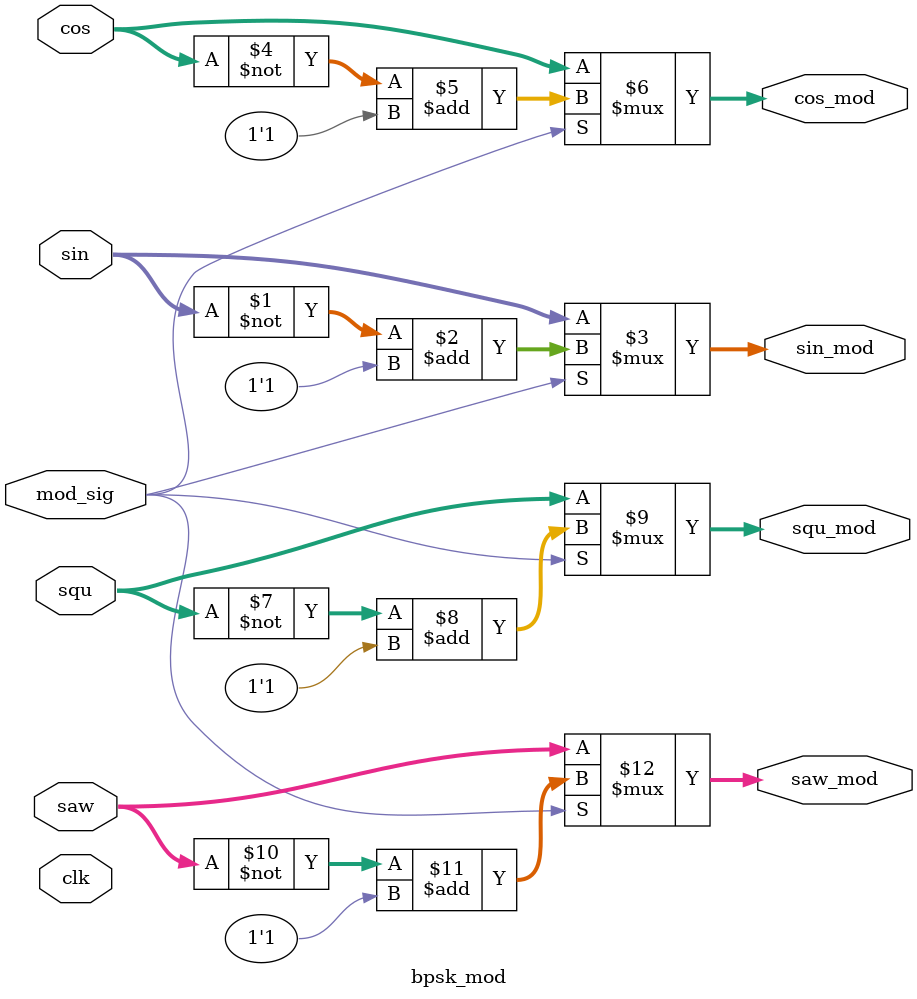
<source format=sv>
module bpsk_mod(input logic [11:0] sin, cos, squ, saw,
               input logic clk, mod_sig,
					output logic [11:0] sin_mod, cos_mod, squ_mod, saw_mod);

//output assigning
assign sin_mod = mod_sig ? (~sin+1'b1) : sin;
assign cos_mod = mod_sig ? (~cos+1'b1) : cos;
assign squ_mod = mod_sig ? (~squ+1'b1) : squ;
assign saw_mod = mod_sig ? (~saw+1'b1) : saw;

endmodule

</source>
